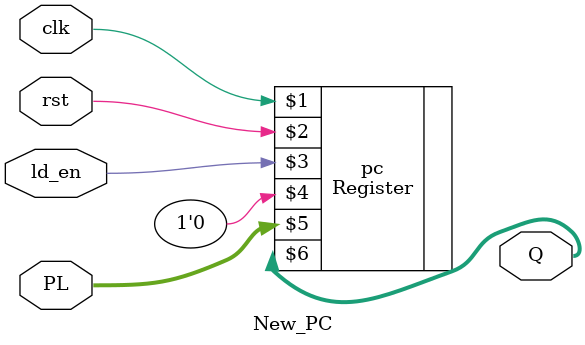
<source format=v>

module New_PC(input clk, rst, ld_en, input [31:0]PL, output [31:0] Q);
Register #(32) pc (clk, rst, ld_en, 1'b0, PL, Q);
endmodule
</source>
